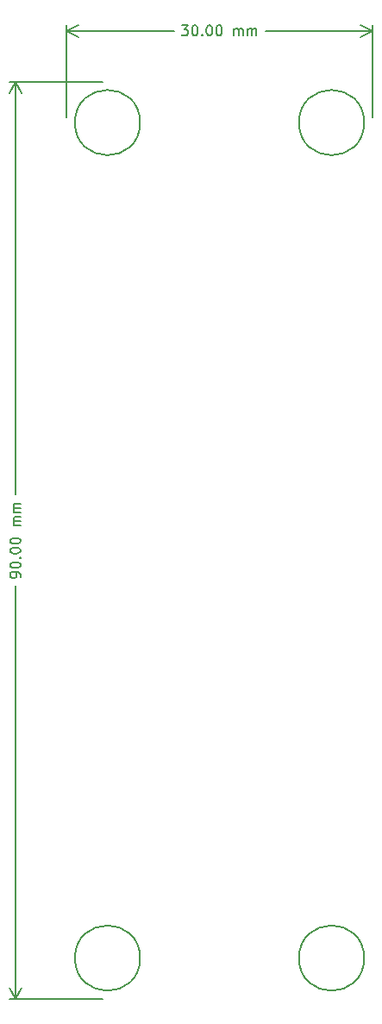
<source format=gbr>
%TF.GenerationSoftware,KiCad,Pcbnew,8.0.4*%
%TF.CreationDate,2024-08-16T18:46:30+09:00*%
%TF.ProjectId,accel-brake-sig-converter-board,61636365-6c2d-4627-9261-6b652d736967,rev?*%
%TF.SameCoordinates,Original*%
%TF.FileFunction,Other,Comment*%
%FSLAX46Y46*%
G04 Gerber Fmt 4.6, Leading zero omitted, Abs format (unit mm)*
G04 Created by KiCad (PCBNEW 8.0.4) date 2024-08-16 18:46:30*
%MOMM*%
%LPD*%
G01*
G04 APERTURE LIST*
%ADD10C,0.150000*%
G04 APERTURE END LIST*
D10*
X-4545180Y-48571427D02*
X-4545180Y-48380951D01*
X-4545180Y-48380951D02*
X-4592800Y-48285713D01*
X-4592800Y-48285713D02*
X-4640419Y-48238094D01*
X-4640419Y-48238094D02*
X-4783276Y-48142856D01*
X-4783276Y-48142856D02*
X-4973752Y-48095237D01*
X-4973752Y-48095237D02*
X-5354704Y-48095237D01*
X-5354704Y-48095237D02*
X-5449942Y-48142856D01*
X-5449942Y-48142856D02*
X-5497561Y-48190475D01*
X-5497561Y-48190475D02*
X-5545180Y-48285713D01*
X-5545180Y-48285713D02*
X-5545180Y-48476189D01*
X-5545180Y-48476189D02*
X-5497561Y-48571427D01*
X-5497561Y-48571427D02*
X-5449942Y-48619046D01*
X-5449942Y-48619046D02*
X-5354704Y-48666665D01*
X-5354704Y-48666665D02*
X-5116609Y-48666665D01*
X-5116609Y-48666665D02*
X-5021371Y-48619046D01*
X-5021371Y-48619046D02*
X-4973752Y-48571427D01*
X-4973752Y-48571427D02*
X-4926133Y-48476189D01*
X-4926133Y-48476189D02*
X-4926133Y-48285713D01*
X-4926133Y-48285713D02*
X-4973752Y-48190475D01*
X-4973752Y-48190475D02*
X-5021371Y-48142856D01*
X-5021371Y-48142856D02*
X-5116609Y-48095237D01*
X-5545180Y-47476189D02*
X-5545180Y-47380951D01*
X-5545180Y-47380951D02*
X-5497561Y-47285713D01*
X-5497561Y-47285713D02*
X-5449942Y-47238094D01*
X-5449942Y-47238094D02*
X-5354704Y-47190475D01*
X-5354704Y-47190475D02*
X-5164228Y-47142856D01*
X-5164228Y-47142856D02*
X-4926133Y-47142856D01*
X-4926133Y-47142856D02*
X-4735657Y-47190475D01*
X-4735657Y-47190475D02*
X-4640419Y-47238094D01*
X-4640419Y-47238094D02*
X-4592800Y-47285713D01*
X-4592800Y-47285713D02*
X-4545180Y-47380951D01*
X-4545180Y-47380951D02*
X-4545180Y-47476189D01*
X-4545180Y-47476189D02*
X-4592800Y-47571427D01*
X-4592800Y-47571427D02*
X-4640419Y-47619046D01*
X-4640419Y-47619046D02*
X-4735657Y-47666665D01*
X-4735657Y-47666665D02*
X-4926133Y-47714284D01*
X-4926133Y-47714284D02*
X-5164228Y-47714284D01*
X-5164228Y-47714284D02*
X-5354704Y-47666665D01*
X-5354704Y-47666665D02*
X-5449942Y-47619046D01*
X-5449942Y-47619046D02*
X-5497561Y-47571427D01*
X-5497561Y-47571427D02*
X-5545180Y-47476189D01*
X-4640419Y-46714284D02*
X-4592800Y-46666665D01*
X-4592800Y-46666665D02*
X-4545180Y-46714284D01*
X-4545180Y-46714284D02*
X-4592800Y-46761903D01*
X-4592800Y-46761903D02*
X-4640419Y-46714284D01*
X-4640419Y-46714284D02*
X-4545180Y-46714284D01*
X-5545180Y-46047618D02*
X-5545180Y-45952380D01*
X-5545180Y-45952380D02*
X-5497561Y-45857142D01*
X-5497561Y-45857142D02*
X-5449942Y-45809523D01*
X-5449942Y-45809523D02*
X-5354704Y-45761904D01*
X-5354704Y-45761904D02*
X-5164228Y-45714285D01*
X-5164228Y-45714285D02*
X-4926133Y-45714285D01*
X-4926133Y-45714285D02*
X-4735657Y-45761904D01*
X-4735657Y-45761904D02*
X-4640419Y-45809523D01*
X-4640419Y-45809523D02*
X-4592800Y-45857142D01*
X-4592800Y-45857142D02*
X-4545180Y-45952380D01*
X-4545180Y-45952380D02*
X-4545180Y-46047618D01*
X-4545180Y-46047618D02*
X-4592800Y-46142856D01*
X-4592800Y-46142856D02*
X-4640419Y-46190475D01*
X-4640419Y-46190475D02*
X-4735657Y-46238094D01*
X-4735657Y-46238094D02*
X-4926133Y-46285713D01*
X-4926133Y-46285713D02*
X-5164228Y-46285713D01*
X-5164228Y-46285713D02*
X-5354704Y-46238094D01*
X-5354704Y-46238094D02*
X-5449942Y-46190475D01*
X-5449942Y-46190475D02*
X-5497561Y-46142856D01*
X-5497561Y-46142856D02*
X-5545180Y-46047618D01*
X-5545180Y-45095237D02*
X-5545180Y-44999999D01*
X-5545180Y-44999999D02*
X-5497561Y-44904761D01*
X-5497561Y-44904761D02*
X-5449942Y-44857142D01*
X-5449942Y-44857142D02*
X-5354704Y-44809523D01*
X-5354704Y-44809523D02*
X-5164228Y-44761904D01*
X-5164228Y-44761904D02*
X-4926133Y-44761904D01*
X-4926133Y-44761904D02*
X-4735657Y-44809523D01*
X-4735657Y-44809523D02*
X-4640419Y-44857142D01*
X-4640419Y-44857142D02*
X-4592800Y-44904761D01*
X-4592800Y-44904761D02*
X-4545180Y-44999999D01*
X-4545180Y-44999999D02*
X-4545180Y-45095237D01*
X-4545180Y-45095237D02*
X-4592800Y-45190475D01*
X-4592800Y-45190475D02*
X-4640419Y-45238094D01*
X-4640419Y-45238094D02*
X-4735657Y-45285713D01*
X-4735657Y-45285713D02*
X-4926133Y-45333332D01*
X-4926133Y-45333332D02*
X-5164228Y-45333332D01*
X-5164228Y-45333332D02*
X-5354704Y-45285713D01*
X-5354704Y-45285713D02*
X-5449942Y-45238094D01*
X-5449942Y-45238094D02*
X-5497561Y-45190475D01*
X-5497561Y-45190475D02*
X-5545180Y-45095237D01*
X-4545180Y-43571427D02*
X-5211847Y-43571427D01*
X-5116609Y-43571427D02*
X-5164228Y-43523808D01*
X-5164228Y-43523808D02*
X-5211847Y-43428570D01*
X-5211847Y-43428570D02*
X-5211847Y-43285713D01*
X-5211847Y-43285713D02*
X-5164228Y-43190475D01*
X-5164228Y-43190475D02*
X-5068990Y-43142856D01*
X-5068990Y-43142856D02*
X-4545180Y-43142856D01*
X-5068990Y-43142856D02*
X-5164228Y-43095237D01*
X-5164228Y-43095237D02*
X-5211847Y-42999999D01*
X-5211847Y-42999999D02*
X-5211847Y-42857142D01*
X-5211847Y-42857142D02*
X-5164228Y-42761903D01*
X-5164228Y-42761903D02*
X-5068990Y-42714284D01*
X-5068990Y-42714284D02*
X-4545180Y-42714284D01*
X-4545180Y-42238094D02*
X-5211847Y-42238094D01*
X-5116609Y-42238094D02*
X-5164228Y-42190475D01*
X-5164228Y-42190475D02*
X-5211847Y-42095237D01*
X-5211847Y-42095237D02*
X-5211847Y-41952380D01*
X-5211847Y-41952380D02*
X-5164228Y-41857142D01*
X-5164228Y-41857142D02*
X-5068990Y-41809523D01*
X-5068990Y-41809523D02*
X-4545180Y-41809523D01*
X-5068990Y-41809523D02*
X-5164228Y-41761904D01*
X-5164228Y-41761904D02*
X-5211847Y-41666666D01*
X-5211847Y-41666666D02*
X-5211847Y-41523809D01*
X-5211847Y-41523809D02*
X-5164228Y-41428570D01*
X-5164228Y-41428570D02*
X-5068990Y-41380951D01*
X-5068990Y-41380951D02*
X-4545180Y-41380951D01*
X3500000Y0D02*
X-5586420Y0D01*
X3500000Y-90000000D02*
X-5586420Y-90000000D01*
X-5000000Y0D02*
X-5000000Y-40517857D01*
X-5000000Y-49482142D02*
X-5000000Y-90000000D01*
X-5000000Y0D02*
X-4413579Y-1126504D01*
X-5000000Y0D02*
X-5586421Y-1126504D01*
X-5000000Y-90000000D02*
X-5586421Y-88873496D01*
X-5000000Y-90000000D02*
X-4413579Y-88873496D01*
X11285715Y5545180D02*
X11904762Y5545180D01*
X11904762Y5545180D02*
X11571429Y5164228D01*
X11571429Y5164228D02*
X11714286Y5164228D01*
X11714286Y5164228D02*
X11809524Y5116609D01*
X11809524Y5116609D02*
X11857143Y5068990D01*
X11857143Y5068990D02*
X11904762Y4973752D01*
X11904762Y4973752D02*
X11904762Y4735657D01*
X11904762Y4735657D02*
X11857143Y4640419D01*
X11857143Y4640419D02*
X11809524Y4592800D01*
X11809524Y4592800D02*
X11714286Y4545180D01*
X11714286Y4545180D02*
X11428572Y4545180D01*
X11428572Y4545180D02*
X11333334Y4592800D01*
X11333334Y4592800D02*
X11285715Y4640419D01*
X12523810Y5545180D02*
X12619048Y5545180D01*
X12619048Y5545180D02*
X12714286Y5497561D01*
X12714286Y5497561D02*
X12761905Y5449942D01*
X12761905Y5449942D02*
X12809524Y5354704D01*
X12809524Y5354704D02*
X12857143Y5164228D01*
X12857143Y5164228D02*
X12857143Y4926133D01*
X12857143Y4926133D02*
X12809524Y4735657D01*
X12809524Y4735657D02*
X12761905Y4640419D01*
X12761905Y4640419D02*
X12714286Y4592800D01*
X12714286Y4592800D02*
X12619048Y4545180D01*
X12619048Y4545180D02*
X12523810Y4545180D01*
X12523810Y4545180D02*
X12428572Y4592800D01*
X12428572Y4592800D02*
X12380953Y4640419D01*
X12380953Y4640419D02*
X12333334Y4735657D01*
X12333334Y4735657D02*
X12285715Y4926133D01*
X12285715Y4926133D02*
X12285715Y5164228D01*
X12285715Y5164228D02*
X12333334Y5354704D01*
X12333334Y5354704D02*
X12380953Y5449942D01*
X12380953Y5449942D02*
X12428572Y5497561D01*
X12428572Y5497561D02*
X12523810Y5545180D01*
X13285715Y4640419D02*
X13333334Y4592800D01*
X13333334Y4592800D02*
X13285715Y4545180D01*
X13285715Y4545180D02*
X13238096Y4592800D01*
X13238096Y4592800D02*
X13285715Y4640419D01*
X13285715Y4640419D02*
X13285715Y4545180D01*
X13952381Y5545180D02*
X14047619Y5545180D01*
X14047619Y5545180D02*
X14142857Y5497561D01*
X14142857Y5497561D02*
X14190476Y5449942D01*
X14190476Y5449942D02*
X14238095Y5354704D01*
X14238095Y5354704D02*
X14285714Y5164228D01*
X14285714Y5164228D02*
X14285714Y4926133D01*
X14285714Y4926133D02*
X14238095Y4735657D01*
X14238095Y4735657D02*
X14190476Y4640419D01*
X14190476Y4640419D02*
X14142857Y4592800D01*
X14142857Y4592800D02*
X14047619Y4545180D01*
X14047619Y4545180D02*
X13952381Y4545180D01*
X13952381Y4545180D02*
X13857143Y4592800D01*
X13857143Y4592800D02*
X13809524Y4640419D01*
X13809524Y4640419D02*
X13761905Y4735657D01*
X13761905Y4735657D02*
X13714286Y4926133D01*
X13714286Y4926133D02*
X13714286Y5164228D01*
X13714286Y5164228D02*
X13761905Y5354704D01*
X13761905Y5354704D02*
X13809524Y5449942D01*
X13809524Y5449942D02*
X13857143Y5497561D01*
X13857143Y5497561D02*
X13952381Y5545180D01*
X14904762Y5545180D02*
X15000000Y5545180D01*
X15000000Y5545180D02*
X15095238Y5497561D01*
X15095238Y5497561D02*
X15142857Y5449942D01*
X15142857Y5449942D02*
X15190476Y5354704D01*
X15190476Y5354704D02*
X15238095Y5164228D01*
X15238095Y5164228D02*
X15238095Y4926133D01*
X15238095Y4926133D02*
X15190476Y4735657D01*
X15190476Y4735657D02*
X15142857Y4640419D01*
X15142857Y4640419D02*
X15095238Y4592800D01*
X15095238Y4592800D02*
X15000000Y4545180D01*
X15000000Y4545180D02*
X14904762Y4545180D01*
X14904762Y4545180D02*
X14809524Y4592800D01*
X14809524Y4592800D02*
X14761905Y4640419D01*
X14761905Y4640419D02*
X14714286Y4735657D01*
X14714286Y4735657D02*
X14666667Y4926133D01*
X14666667Y4926133D02*
X14666667Y5164228D01*
X14666667Y5164228D02*
X14714286Y5354704D01*
X14714286Y5354704D02*
X14761905Y5449942D01*
X14761905Y5449942D02*
X14809524Y5497561D01*
X14809524Y5497561D02*
X14904762Y5545180D01*
X16428572Y4545180D02*
X16428572Y5211847D01*
X16428572Y5116609D02*
X16476191Y5164228D01*
X16476191Y5164228D02*
X16571429Y5211847D01*
X16571429Y5211847D02*
X16714286Y5211847D01*
X16714286Y5211847D02*
X16809524Y5164228D01*
X16809524Y5164228D02*
X16857143Y5068990D01*
X16857143Y5068990D02*
X16857143Y4545180D01*
X16857143Y5068990D02*
X16904762Y5164228D01*
X16904762Y5164228D02*
X17000000Y5211847D01*
X17000000Y5211847D02*
X17142857Y5211847D01*
X17142857Y5211847D02*
X17238096Y5164228D01*
X17238096Y5164228D02*
X17285715Y5068990D01*
X17285715Y5068990D02*
X17285715Y4545180D01*
X17761905Y4545180D02*
X17761905Y5211847D01*
X17761905Y5116609D02*
X17809524Y5164228D01*
X17809524Y5164228D02*
X17904762Y5211847D01*
X17904762Y5211847D02*
X18047619Y5211847D01*
X18047619Y5211847D02*
X18142857Y5164228D01*
X18142857Y5164228D02*
X18190476Y5068990D01*
X18190476Y5068990D02*
X18190476Y4545180D01*
X18190476Y5068990D02*
X18238095Y5164228D01*
X18238095Y5164228D02*
X18333333Y5211847D01*
X18333333Y5211847D02*
X18476190Y5211847D01*
X18476190Y5211847D02*
X18571429Y5164228D01*
X18571429Y5164228D02*
X18619048Y5068990D01*
X18619048Y5068990D02*
X18619048Y4545180D01*
X0Y-3500000D02*
X0Y5586420D01*
X30000000Y-3500000D02*
X30000000Y5586420D01*
X0Y5000000D02*
X10517858Y5000000D01*
X19482143Y5000000D02*
X30000000Y5000000D01*
X0Y5000000D02*
X1126504Y5586421D01*
X0Y5000000D02*
X1126504Y4413579D01*
X30000000Y5000000D02*
X28873496Y4413579D01*
X30000000Y5000000D02*
X28873496Y5586421D01*
%TO.C,H2*%
X7200000Y-86000000D02*
G75*
G02*
X800000Y-86000000I-3200000J0D01*
G01*
X800000Y-86000000D02*
G75*
G02*
X7200000Y-86000000I3200000J0D01*
G01*
%TO.C,H3*%
X29200000Y-4000000D02*
G75*
G02*
X22800000Y-4000000I-3200000J0D01*
G01*
X22800000Y-4000000D02*
G75*
G02*
X29200000Y-4000000I3200000J0D01*
G01*
%TO.C,H4*%
X29200000Y-86000000D02*
G75*
G02*
X22800000Y-86000000I-3200000J0D01*
G01*
X22800000Y-86000000D02*
G75*
G02*
X29200000Y-86000000I3200000J0D01*
G01*
%TO.C,H1*%
X7200000Y-4000000D02*
G75*
G02*
X800000Y-4000000I-3200000J0D01*
G01*
X800000Y-4000000D02*
G75*
G02*
X7200000Y-4000000I3200000J0D01*
G01*
%TD*%
M02*

</source>
